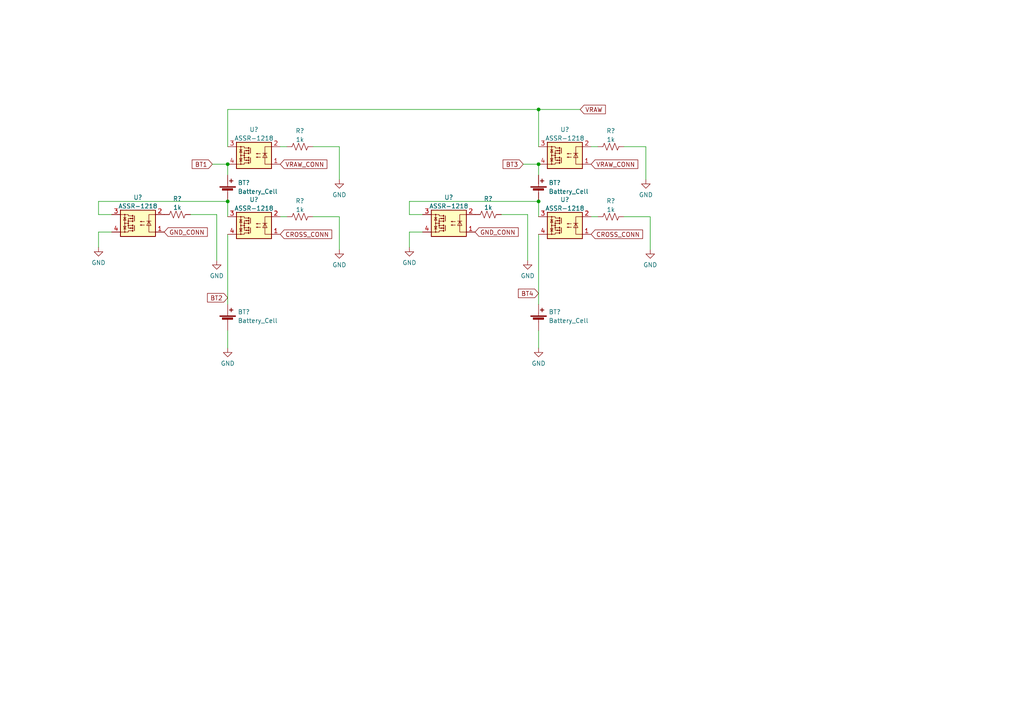
<source format=kicad_sch>
(kicad_sch (version 20211123) (generator eeschema)
  (paper "A4")
  (lib_symbols
    (symbol "Device:Battery_Cell" (pin_numbers hide) (pin_names (offset 0) hide)
      (property "Reference" "BT" (at 2.54 2.54 0))
      (property "Value" "Battery_Cell" (at 2.54 0 0))
      (symbol "Battery_Cell_0_1"
        (rectangle (start -2.286 1.778) (end 2.286 1.524) (fill (type outline)))
        (rectangle (start -1.5748 1.1938) (end 1.4732 0.6858) (fill (type outline)))
        (polyline (pts (xy 0 0.762) (xy 0 0)))
        (polyline (pts (xy 0 1.778) (xy 0 2.54)))
        (polyline (pts (xy 0.508 3.429) (xy 1.524 3.429)) (stroke (width 0.254)))
        (polyline (pts (xy 1.016 3.937) (xy 1.016 2.921)) (stroke (width 0.254)))
      )
      (symbol "Battery_Cell_1_1"
        (pin passive line (at 0 5.08 270) (length 2.54) (name "+") (number "1"))
        (pin passive line (at 0 -2.54 90) (length 2.54) (name "-") (number "2"))
      )
    )
    (symbol "Device:R_US" (pin_numbers hide) (pin_names (offset 0))
      (property "Reference" "R" (at 2.54 0 90))
      (property "Value" "R_US" (at -2.54 0 90))
      (symbol "R_US_0_1"
        (polyline (pts (xy 0 -2.286) (xy 0 -2.54)))
        (polyline (pts (xy 0 2.286) (xy 0 2.54)))
        (polyline (pts (xy 0 -0.762) (xy 1.016 -1.143) (xy 0 -1.524) (xy -1.016 -1.905) (xy 0 -2.286)))
        (polyline (pts (xy 0 0.762) (xy 1.016 0.381) (xy 0 0) (xy -1.016 -0.381) (xy 0 -0.762)))
        (polyline (pts (xy 0 2.286) (xy 1.016 1.905) (xy 0 1.524) (xy -1.016 1.143) (xy 0 0.762)))
      )
      (symbol "R_US_1_1"
        (pin passive line (at 0 3.81 270) (length 1.27) (name "~") (number "1"))
        (pin passive line (at 0 -3.81 90) (length 1.27) (name "~") (number "2"))
      )
    )
    (symbol "Relay_SolidState:ASSR-1218"
      (property "Reference" "U" (at -5.08 5.08 0))
      (property "Value" "ASSR-1218" (at 0 5.08 0))
      (symbol "ASSR-1218_0_1"
        (rectangle (start -5.08 3.81) (end 5.08 -3.81) (stroke (width 0.254)) (fill (type background)))
        (polyline (pts (xy -3.81 -0.635) (xy -2.54 -0.635)))
        (polyline (pts (xy 1.016 -0.635) (xy 1.016 -2.159)) (stroke (width 0.2032)))
        (polyline (pts (xy 1.016 2.159) (xy 1.016 0.635)) (stroke (width 0.2032)))
        (polyline (pts (xy 1.524 -0.508) (xy 1.524 -0.762)) (stroke (width 0.3556)))
        (polyline (pts (xy 2.794 0) (xy 3.81 0)))
        (polyline (pts (xy 3.429 -1.651) (xy 4.191 -1.651)))
        (polyline (pts (xy 3.429 1.651) (xy 4.191 1.651)))
        (polyline (pts (xy 3.81 -2.54) (xy 3.81 2.54)))
        (polyline (pts (xy 1.524 -2.032) (xy 1.524 -2.286) (xy 1.524 -2.286)) (stroke (width 0.3556)))
        (polyline (pts (xy 1.524 -1.27) (xy 1.524 -1.524) (xy 1.524 -1.524)) (stroke (width 0.3556)))
        (polyline (pts (xy 1.524 0.762) (xy 1.524 0.508) (xy 1.524 0.508)) (stroke (width 0.3556)))
        (polyline (pts (xy 1.524 1.524) (xy 1.524 1.27) (xy 1.524 1.27)) (stroke (width 0.3556)))
        (polyline (pts (xy 1.524 2.286) (xy 1.524 2.032) (xy 1.524 2.032)) (stroke (width 0.3556)))
        (polyline (pts (xy 1.651 -1.397) (xy 2.794 -1.397) (xy 2.794 -0.635)))
        (polyline (pts (xy 1.651 1.397) (xy 2.794 1.397) (xy 2.794 0.635)))
        (polyline (pts (xy -5.08 2.54) (xy -3.175 2.54) (xy -3.175 -2.54) (xy -5.08 -2.54)))
        (polyline (pts (xy -3.175 -0.635) (xy -3.81 0.635) (xy -2.54 0.635) (xy -3.175 -0.635)))
        (polyline (pts (xy 1.651 -2.159) (xy 2.794 -2.159) (xy 2.794 -2.54) (xy 5.08 -2.54)))
        (polyline (pts (xy 1.651 -0.635) (xy 2.794 -0.635) (xy 2.794 0.635) (xy 1.651 0.635)))
        (polyline (pts (xy 1.651 2.159) (xy 2.794 2.159) (xy 2.794 2.54) (xy 5.08 2.54)))
        (polyline (pts (xy 1.778 -1.397) (xy 2.286 -1.27) (xy 2.286 -1.524) (xy 1.778 -1.397)))
        (polyline (pts (xy 1.778 1.397) (xy 2.286 1.524) (xy 2.286 1.27) (xy 1.778 1.397)))
        (polyline (pts (xy 3.81 -1.651) (xy 3.429 -0.889) (xy 4.191 -0.889) (xy 3.81 -1.651)))
        (polyline (pts (xy 3.81 1.651) (xy 3.429 0.889) (xy 4.191 0.889) (xy 3.81 1.651)))
        (polyline (pts (xy -1.905 -0.508) (xy -0.635 -0.508) (xy -1.016 -0.635) (xy -1.016 -0.381) (xy -0.635 -0.508)))
        (polyline (pts (xy -1.905 0.508) (xy -0.635 0.508) (xy -1.016 0.381) (xy -1.016 0.635) (xy -0.635 0.508)))
        (circle (center 2.794 -0.635) (radius 0.127))
        (circle (center 2.794 0) (radius 0.127))
        (circle (center 2.794 0.635) (radius 0.127))
        (circle (center 3.81 -2.54) (radius 0.127))
        (circle (center 3.81 0) (radius 0.127))
        (circle (center 3.81 2.54) (radius 0.127))
      )
      (symbol "ASSR-1218_1_1"
        (pin passive line (at -7.62 2.54 0) (length 2.54) (name "~") (number "1"))
        (pin passive line (at -7.62 -2.54 0) (length 2.54) (name "~") (number "2"))
        (pin passive line (at 7.62 -2.54 180) (length 2.54) (name "~") (number "3"))
        (pin passive line (at 7.62 2.54 180) (length 2.54) (name "~") (number "4"))
      )
    )
    (symbol "power:GND" (power) (pin_names (offset 0))
      (property "Value" "GND" (at 0 -3.81 0))
      (symbol "GND_0_1"
        (polyline (pts (xy 0 0) (xy 0 -1.27) (xy 1.27 -1.27) (xy 0 -2.54) (xy -1.27 -1.27) (xy 0 -1.27)))
      )
      (symbol "GND_1_1"
        (pin power_in line (at 0 0 270) (length 0) hide (name "GND") (number "1"))
      )
    )
  )
  (junction (at 156.21 47.625))
  (junction (at 66.04 58.42))
  (junction (at 156.21 58.42))
  (junction (at 66.04 47.625))
  (junction (at 156.21 31.75))
  (wire (pts (xy 61.595 47.625) (xy 66.04 47.625)))
  (wire (pts (xy 153.035 62.23) (xy 153.035 75.565)))
  (wire (pts (xy 156.21 42.545) (xy 156.21 31.75)))
  (wire (pts (xy 171.45 62.865) (xy 173.355 62.865)))
  (wire (pts (xy 90.805 42.545) (xy 98.425 42.545)))
  (wire (pts (xy 187.325 52.07) (xy 187.325 42.545)))
  (wire (pts (xy 62.865 62.23) (xy 62.865 75.565)))
  (wire (pts (xy 156.21 58.42) (xy 156.21 62.865)))
  (wire (pts (xy 66.04 95.885) (xy 66.04 100.965)))
  (wire (pts (xy 28.575 67.31) (xy 32.385 67.31)))
  (wire (pts (xy 151.765 47.625) (xy 156.21 47.625)))
  (wire (pts (xy 28.575 71.755) (xy 28.575 67.31)))
  (wire (pts (xy 180.975 62.865) (xy 188.595 62.865)))
  (wire (pts (xy 28.575 62.23) (xy 32.385 62.23)))
  (wire (pts (xy 66.04 47.625) (xy 66.04 50.8)))
  (wire (pts (xy 66.04 42.545) (xy 66.04 31.75)))
  (wire (pts (xy 98.425 42.545) (xy 98.425 52.07)))
  (wire (pts (xy 66.04 67.945) (xy 66.04 88.265)))
  (wire (pts (xy 156.21 95.885) (xy 156.21 100.965)))
  (wire (pts (xy 156.21 31.75) (xy 168.275 31.75)))
  (wire (pts (xy 90.805 62.865) (xy 98.425 62.865)))
  (wire (pts (xy 55.245 62.23) (xy 62.865 62.23)))
  (wire (pts (xy 81.28 62.865) (xy 83.185 62.865)))
  (wire (pts (xy 28.575 58.42) (xy 28.575 62.23)))
  (wire (pts (xy 66.04 58.42) (xy 28.575 58.42)))
  (wire (pts (xy 118.745 58.42) (xy 118.745 62.23)))
  (wire (pts (xy 171.45 42.545) (xy 173.355 42.545)))
  (wire (pts (xy 98.425 62.865) (xy 98.425 72.39)))
  (wire (pts (xy 187.325 42.545) (xy 180.975 42.545)))
  (wire (pts (xy 156.21 58.42) (xy 118.745 58.42)))
  (wire (pts (xy 118.745 67.31) (xy 122.555 67.31)))
  (wire (pts (xy 66.04 58.42) (xy 66.04 62.865)))
  (wire (pts (xy 118.745 62.23) (xy 122.555 62.23)))
  (wire (pts (xy 66.04 31.75) (xy 156.21 31.75)))
  (wire (pts (xy 81.28 42.545) (xy 83.185 42.545)))
  (wire (pts (xy 188.595 62.865) (xy 188.595 72.39)))
  (wire (pts (xy 156.21 67.945) (xy 156.21 88.265)))
  (wire (pts (xy 145.415 62.23) (xy 153.035 62.23)))
  (wire (pts (xy 156.21 47.625) (xy 156.21 50.8)))
  (wire (pts (xy 118.745 71.755) (xy 118.745 67.31)))
  (global_label "VRAW_CONN" (shape input) (at 171.45 47.625 0) (property "Intersheet References" "${INTERSHEET_REFS}" (effects hide)))
  (global_label "BT2" (shape input) (at 66.04 86.36 180) (property "Intersheet References" "${INTERSHEET_REFS}" (effects hide)))
  (global_label "GND_CONN" (shape input) (at 137.795 67.31 0) (property "Intersheet References" "${INTERSHEET_REFS}" (effects hide)))
  (global_label "CROSS_CONN" (shape input) (at 171.45 67.945 0) (property "Intersheet References" "${INTERSHEET_REFS}" (effects hide)))
  (global_label "CROSS_CONN" (shape input) (at 81.28 67.945 0) (property "Intersheet References" "${INTERSHEET_REFS}" (effects hide)))
  (global_label "BT3" (shape input) (at 151.765 47.625 180) (property "Intersheet References" "${INTERSHEET_REFS}" (effects hide)))
  (global_label "VRAW_CONN" (shape input) (at 81.28 47.625 0) (property "Intersheet References" "${INTERSHEET_REFS}" (effects hide)))
  (global_label "GND_CONN" (shape input) (at 47.625 67.31 0) (property "Intersheet References" "${INTERSHEET_REFS}" (effects hide)))
  (global_label "BT4" (shape input) (at 156.21 85.09 180) (property "Intersheet References" "${INTERSHEET_REFS}" (effects hide)))
  (global_label "VRAW" (shape input) (at 168.275 31.75 0) (property "Intersheet References" "${INTERSHEET_REFS}" (effects hide)))
  (global_label "BT1" (shape input) (at 61.595 47.625 180) (property "Intersheet References" "${INTERSHEET_REFS}" (effects hide)))
  (symbol (lib_id "power:GND") (at 28.575 71.755 0) (unit 1)
    (property "Reference" "#PWR?" (effects hide))
    (property "Value" "GND" (at 28.575 76.1984 0))
  )
  (symbol (lib_id "power:GND") (at 98.425 52.07 0) (unit 1)
    (property "Reference" "#PWR?" (effects hide))
    (property "Value" "GND" (at 98.425 56.5134 0))
  )
  (symbol (lib_id "power:GND") (at 62.865 75.565 0) (unit 1)
    (property "Reference" "#PWR?" (effects hide))
    (property "Value" "GND" (at 62.865 80.0084 0))
  )
  (symbol (lib_id "Device:Battery_Cell") (at 66.04 93.345 0) (unit 1)
    (property "Reference" "BT?" (at 68.961 90.4783 0) (effects (justify left)))
    (property "Value" "Battery_Cell" (at 68.961 93.0152 0) (effects (justify left)))
    (property "Footprint" "Connector_JST:JST_PH_B2B-PH-K_1x02_P2.00mm_Vertical" (effects hide))
  )
  (symbol (lib_id "power:GND") (at 187.325 52.07 0) (unit 1)
    (property "Reference" "#PWR?" (effects hide))
    (property "Value" "GND" (at 187.325 56.5134 0))
  )
  (symbol (lib_id "Relay_SolidState:ASSR-1218") (at 73.66 45.085 180) (unit 1)
    (property "Reference" "U?" (at 73.66 37.5752 0))
    (property "Value" "ASSR-1218" (at 73.66 40.1121 0))
    (property "Footprint" "Package_SO:SO-4_4.4x4.3mm_P2.54mm" (effects hide))
    (property "Datasheet" "https://docs.broadcom.com/docs/AV02-0173EN" (effects hide))
  )
  (symbol (lib_id "Device:R_US") (at 86.995 62.865 90) (unit 1)
    (property "Reference" "R?" (at 86.995 58.2762 90))
    (property "Value" "1k" (at 86.995 60.8131 90))
    (property "Footprint" "Resistor_SMD:R_0805_2012Metric" (effects hide))
  )
  (symbol (lib_id "power:GND") (at 98.425 72.39 0) (unit 1)
    (property "Reference" "#PWR?" (effects hide))
    (property "Value" "GND" (at 98.425 76.8334 0))
  )
  (symbol (lib_id "Relay_SolidState:ASSR-1218") (at 130.175 64.77 180) (unit 1)
    (property "Reference" "U?" (at 130.175 57.2602 0))
    (property "Value" "ASSR-1218" (at 130.175 59.7971 0))
    (property "Footprint" "Package_SO:SO-4_4.4x4.3mm_P2.54mm" (effects hide))
    (property "Datasheet" "https://docs.broadcom.com/docs/AV02-0173EN" (effects hide))
  )
  (symbol (lib_id "power:GND") (at 156.21 100.965 0) (unit 1)
    (property "Reference" "#PWR?" (effects hide))
    (property "Value" "GND" (at 156.21 105.4084 0))
  )
  (symbol (lib_id "Device:R_US") (at 141.605 62.23 90) (unit 1)
    (property "Reference" "R?" (at 141.605 57.6412 90))
    (property "Value" "1k" (at 141.605 60.1781 90))
    (property "Footprint" "Resistor_SMD:R_0805_2012Metric" (effects hide))
  )
  (symbol (lib_id "Device:Battery_Cell") (at 156.21 55.88 0) (unit 1)
    (property "Reference" "BT?" (at 159.131 53.0133 0) (effects (justify left)))
    (property "Value" "Battery_Cell" (at 159.131 55.5502 0) (effects (justify left)))
    (property "Footprint" "Connector_JST:JST_PH_B2B-PH-K_1x02_P2.00mm_Vertical" (effects hide))
  )
  (symbol (lib_id "Relay_SolidState:ASSR-1218") (at 163.83 45.085 180) (unit 1)
    (property "Reference" "U?" (at 163.83 37.5752 0))
    (property "Value" "ASSR-1218" (at 163.83 40.1121 0))
    (property "Footprint" "Package_SO:SO-4_4.4x4.3mm_P2.54mm" (effects hide))
    (property "Datasheet" "https://docs.broadcom.com/docs/AV02-0173EN" (effects hide))
  )
  (symbol (lib_id "Device:R_US") (at 86.995 42.545 90) (unit 1)
    (property "Reference" "R?" (at 86.995 37.9562 90))
    (property "Value" "1k" (at 86.995 40.4931 90))
    (property "Footprint" "Resistor_SMD:R_0805_2012Metric" (effects hide))
  )
  (symbol (lib_id "Device:R_US") (at 177.165 62.865 90) (unit 1)
    (property "Reference" "R?" (at 177.165 58.2762 90))
    (property "Value" "1k" (at 177.165 60.8131 90))
    (property "Footprint" "Resistor_SMD:R_0805_2012Metric" (effects hide))
  )
  (symbol (lib_id "Device:Battery_Cell") (at 156.21 93.345 0) (unit 1)
    (property "Reference" "BT?" (at 159.131 90.4783 0) (effects (justify left)))
    (property "Value" "Battery_Cell" (at 159.131 93.0152 0) (effects (justify left)))
    (property "Footprint" "Connector_JST:JST_PH_B2B-PH-K_1x02_P2.00mm_Vertical" (effects hide))
  )
  (symbol (lib_id "Relay_SolidState:ASSR-1218") (at 73.66 65.405 180) (unit 1)
    (property "Reference" "U?" (at 73.66 57.8952 0))
    (property "Value" "ASSR-1218" (at 73.66 60.4321 0))
    (property "Footprint" "Package_SO:SO-4_4.4x4.3mm_P2.54mm" (effects hide))
    (property "Datasheet" "https://docs.broadcom.com/docs/AV02-0173EN" (effects hide))
  )
  (symbol (lib_id "Device:Battery_Cell") (at 66.04 55.88 0) (unit 1)
    (property "Reference" "BT?" (at 68.961 53.0133 0) (effects (justify left)))
    (property "Value" "Battery_Cell" (at 68.961 55.5502 0) (effects (justify left)))
    (property "Footprint" "Connector_JST:JST_PH_B2B-PH-K_1x02_P2.00mm_Vertical" (effects hide))
  )
  (symbol (lib_id "Relay_SolidState:ASSR-1218") (at 163.83 65.405 180) (unit 1)
    (property "Reference" "U?" (at 163.83 57.8952 0))
    (property "Value" "ASSR-1218" (at 163.83 60.4321 0))
    (property "Footprint" "Package_SO:SO-4_4.4x4.3mm_P2.54mm" (effects hide))
    (property "Datasheet" "https://docs.broadcom.com/docs/AV02-0173EN" (effects hide))
  )
  (symbol (lib_id "power:GND") (at 153.035 75.565 0) (unit 1)
    (property "Reference" "#PWR?" (effects hide))
    (property "Value" "GND" (at 153.035 80.0084 0))
  )
  (symbol (lib_id "Device:R_US") (at 177.165 42.545 90) (unit 1)
    (property "Reference" "R?" (at 177.165 37.9562 90))
    (property "Value" "1k" (at 177.165 40.4931 90))
    (property "Footprint" "Resistor_SMD:R_0805_2012Metric" (effects hide))
  )
  (symbol (lib_id "power:GND") (at 188.595 72.39 0) (unit 1)
    (property "Reference" "#PWR?" (effects hide))
    (property "Value" "GND" (at 188.595 76.8334 0))
  )
  (symbol (lib_id "Device:R_US") (at 51.435 62.23 90) (unit 1)
    (property "Reference" "R?" (at 51.435 57.6412 90))
    (property "Value" "1k" (at 51.435 60.1781 90))
    (property "Footprint" "Resistor_SMD:R_0805_2012Metric" (effects hide))
  )
  (symbol (lib_id "power:GND") (at 66.04 100.965 0) (unit 1)
    (property "Reference" "#PWR?" (effects hide))
    (property "Value" "GND" (at 66.04 105.4084 0))
  )
  (symbol (lib_id "Relay_SolidState:ASSR-1218") (at 40.005 64.77 180) (unit 1)
    (property "Reference" "U?" (at 40.005 57.2602 0))
    (property "Value" "ASSR-1218" (at 40.005 59.7971 0))
    (property "Footprint" "Package_SO:SO-4_4.4x4.3mm_P2.54mm" (effects hide))
    (property "Datasheet" "https://docs.broadcom.com/docs/AV02-0173EN" (effects hide))
  )
  (symbol (lib_id "power:GND") (at 118.745 71.755 0) (unit 1)
    (property "Reference" "#PWR?" (effects hide))
    (property "Value" "GND" (at 118.745 76.1984 0))
  )
)
</source>
